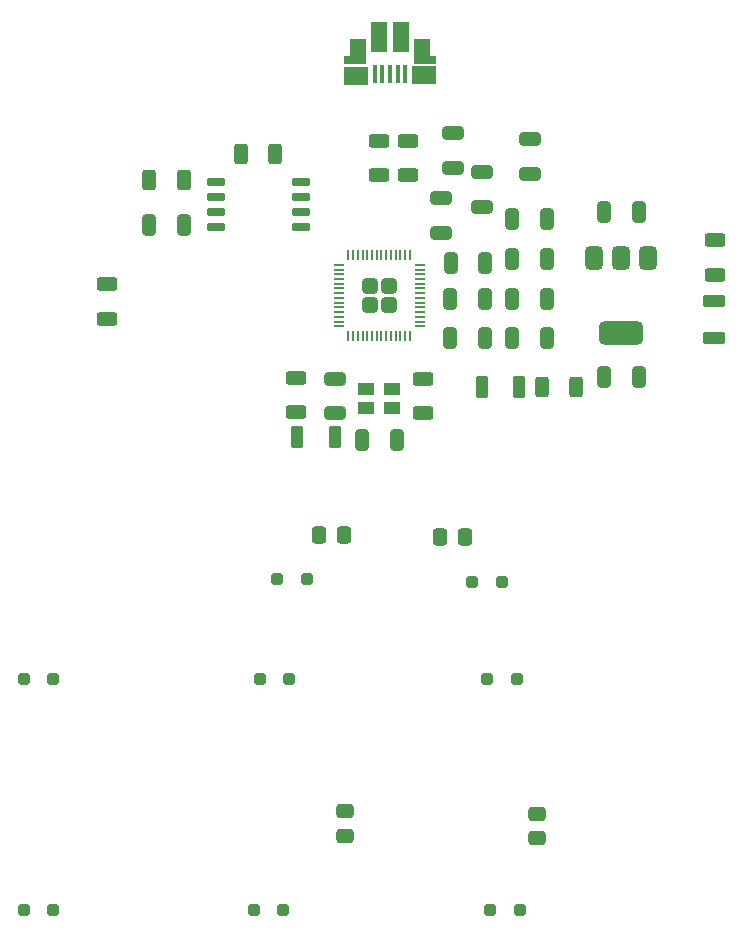
<source format=gbr>
%TF.GenerationSoftware,KiCad,Pcbnew,8.0.5*%
%TF.CreationDate,2025-01-30T00:55:54+01:00*%
%TF.ProjectId,rp2040_pad,72703230-3430-45f7-9061-642e6b696361,rev?*%
%TF.SameCoordinates,Original*%
%TF.FileFunction,Paste,Top*%
%TF.FilePolarity,Positive*%
%FSLAX46Y46*%
G04 Gerber Fmt 4.6, Leading zero omitted, Abs format (unit mm)*
G04 Created by KiCad (PCBNEW 8.0.5) date 2025-01-30 00:55:54*
%MOMM*%
%LPD*%
G01*
G04 APERTURE LIST*
G04 Aperture macros list*
%AMRoundRect*
0 Rectangle with rounded corners*
0 $1 Rounding radius*
0 $2 $3 $4 $5 $6 $7 $8 $9 X,Y pos of 4 corners*
0 Add a 4 corners polygon primitive as box body*
4,1,4,$2,$3,$4,$5,$6,$7,$8,$9,$2,$3,0*
0 Add four circle primitives for the rounded corners*
1,1,$1+$1,$2,$3*
1,1,$1+$1,$4,$5*
1,1,$1+$1,$6,$7*
1,1,$1+$1,$8,$9*
0 Add four rect primitives between the rounded corners*
20,1,$1+$1,$2,$3,$4,$5,0*
20,1,$1+$1,$4,$5,$6,$7,0*
20,1,$1+$1,$6,$7,$8,$9,0*
20,1,$1+$1,$8,$9,$2,$3,0*%
G04 Aperture macros list end*
%ADD10RoundRect,0.250000X0.337500X0.475000X-0.337500X0.475000X-0.337500X-0.475000X0.337500X-0.475000X0*%
%ADD11RoundRect,0.250000X-0.475000X0.337500X-0.475000X-0.337500X0.475000X-0.337500X0.475000X0.337500X0*%
%ADD12RoundRect,0.250000X0.312500X0.625000X-0.312500X0.625000X-0.312500X-0.625000X0.312500X-0.625000X0*%
%ADD13RoundRect,0.150000X-0.650000X-0.150000X0.650000X-0.150000X0.650000X0.150000X-0.650000X0.150000X0*%
%ADD14RoundRect,0.250000X-0.650000X0.325000X-0.650000X-0.325000X0.650000X-0.325000X0.650000X0.325000X0*%
%ADD15RoundRect,0.250000X-0.250000X-0.250000X0.250000X-0.250000X0.250000X0.250000X-0.250000X0.250000X0*%
%ADD16RoundRect,0.250000X0.650000X-0.325000X0.650000X0.325000X-0.650000X0.325000X-0.650000X-0.325000X0*%
%ADD17R,1.825000X0.700000*%
%ADD18R,2.000000X1.500000*%
%ADD19R,1.350000X2.000000*%
%ADD20R,1.430000X2.500000*%
%ADD21R,0.400000X1.650000*%
%ADD22RoundRect,0.250000X-0.275000X-0.700000X0.275000X-0.700000X0.275000X0.700000X-0.275000X0.700000X0*%
%ADD23RoundRect,0.250000X0.625000X-0.312500X0.625000X0.312500X-0.625000X0.312500X-0.625000X-0.312500X0*%
%ADD24RoundRect,0.250000X-0.325000X-0.650000X0.325000X-0.650000X0.325000X0.650000X-0.325000X0.650000X0*%
%ADD25RoundRect,0.250000X-0.625000X0.312500X-0.625000X-0.312500X0.625000X-0.312500X0.625000X0.312500X0*%
%ADD26R,1.400000X1.100000*%
%ADD27RoundRect,0.250000X-0.312500X-0.625000X0.312500X-0.625000X0.312500X0.625000X-0.312500X0.625000X0*%
%ADD28RoundRect,0.050000X-0.050000X-0.387500X0.050000X-0.387500X0.050000X0.387500X-0.050000X0.387500X0*%
%ADD29RoundRect,0.050000X-0.387500X-0.050000X0.387500X-0.050000X0.387500X0.050000X-0.387500X0.050000X0*%
%ADD30RoundRect,0.249999X-0.395001X-0.395001X0.395001X-0.395001X0.395001X0.395001X-0.395001X0.395001X0*%
%ADD31RoundRect,0.375000X-0.375000X0.625000X-0.375000X-0.625000X0.375000X-0.625000X0.375000X0.625000X0*%
%ADD32RoundRect,0.500000X-1.400000X0.500000X-1.400000X-0.500000X1.400000X-0.500000X1.400000X0.500000X0*%
%ADD33RoundRect,0.250000X0.275000X0.700000X-0.275000X0.700000X-0.275000X-0.700000X0.275000X-0.700000X0*%
%ADD34RoundRect,0.250000X0.700000X-0.275000X0.700000X0.275000X-0.700000X0.275000X-0.700000X-0.275000X0*%
%ADD35RoundRect,0.250000X0.250000X0.250000X-0.250000X0.250000X-0.250000X-0.250000X0.250000X-0.250000X0*%
G04 APERTURE END LIST*
D10*
%TO.C,C20*%
X121362500Y-102800000D03*
X119287500Y-102800000D03*
%TD*%
D11*
%TO.C,C19*%
X137700000Y-126362500D03*
X137700000Y-128437500D03*
%TD*%
%TO.C,C18*%
X121500000Y-126162500D03*
X121500000Y-128237500D03*
%TD*%
D10*
%TO.C,C17*%
X131612500Y-102900000D03*
X129537500Y-102900000D03*
%TD*%
D12*
%TO.C,R8*%
X138100000Y-90250000D03*
X141025000Y-90250000D03*
%TD*%
D13*
%TO.C,U4*%
X117700000Y-72845000D03*
X117700000Y-74115000D03*
X117700000Y-75385000D03*
X117700000Y-76655000D03*
X110500000Y-76655000D03*
X110500000Y-75385000D03*
X110500000Y-74115000D03*
X110500000Y-72845000D03*
%TD*%
D14*
%TO.C,C7*%
X137100000Y-72225000D03*
X137100000Y-69275000D03*
%TD*%
D15*
%TO.C,D6*%
X94250000Y-134500000D03*
X96750000Y-134500000D03*
%TD*%
D16*
%TO.C,C6*%
X129600000Y-74275000D03*
X129600000Y-77225000D03*
%TD*%
D17*
%TO.C,J1*%
X122275000Y-62550000D03*
D18*
X122375000Y-63870000D03*
D19*
X122525000Y-61800000D03*
D20*
X124315000Y-60600000D03*
X126235000Y-60600000D03*
D19*
X128005000Y-61800000D03*
D18*
X128125000Y-63850000D03*
D17*
X128225000Y-62550000D03*
D21*
X123975000Y-63750000D03*
X124625000Y-63750000D03*
X125275000Y-63750000D03*
X125925000Y-63750000D03*
X126575000Y-63750000D03*
%TD*%
D22*
%TO.C,D14*%
X136175000Y-90250000D03*
X133025000Y-90250000D03*
%TD*%
D23*
%TO.C,R1*%
X128100000Y-89537500D03*
X128100000Y-92462500D03*
%TD*%
D24*
%TO.C,C13*%
X138575000Y-79400000D03*
X135625000Y-79400000D03*
%TD*%
D25*
%TO.C,R4*%
X124300000Y-72306250D03*
X124300000Y-69381250D03*
%TD*%
D15*
%TO.C,D7*%
X113750000Y-134500000D03*
X116250000Y-134500000D03*
%TD*%
D24*
%TO.C,C9*%
X133325000Y-82750000D03*
X130375000Y-82750000D03*
%TD*%
D14*
%TO.C,C16*%
X133100000Y-74975000D03*
X133100000Y-72025000D03*
%TD*%
D25*
%TO.C,R7*%
X117350000Y-92362500D03*
X117350000Y-89437500D03*
%TD*%
D15*
%TO.C,D5*%
X132225000Y-106725000D03*
X134725000Y-106725000D03*
%TD*%
D25*
%TO.C,R5*%
X126800000Y-72306250D03*
X126800000Y-69381250D03*
%TD*%
D24*
%TO.C,C12*%
X138575000Y-76000000D03*
X135625000Y-76000000D03*
%TD*%
%TO.C,C15*%
X138575000Y-86100000D03*
X135625000Y-86100000D03*
%TD*%
D26*
%TO.C,U3*%
X125450000Y-90450000D03*
X125450000Y-92050000D03*
X123250000Y-92050000D03*
X123250000Y-90450000D03*
%TD*%
D27*
%TO.C,R3*%
X107812500Y-72750000D03*
X104887500Y-72750000D03*
%TD*%
D25*
%TO.C,R9*%
X152750000Y-80756250D03*
X152750000Y-77831250D03*
%TD*%
D12*
%TO.C,R2*%
X112637500Y-70500000D03*
X115562500Y-70500000D03*
%TD*%
D24*
%TO.C,C1*%
X146350000Y-75400000D03*
X143400000Y-75400000D03*
%TD*%
D15*
%TO.C,D8*%
X133750000Y-134500000D03*
X136250000Y-134500000D03*
%TD*%
D28*
%TO.C,U1*%
X121750000Y-79062500D03*
X122150000Y-79062500D03*
X122550000Y-79062500D03*
X122950000Y-79062500D03*
X123350000Y-79062500D03*
X123750000Y-79062500D03*
X124150000Y-79062500D03*
X124550000Y-79062500D03*
X124950000Y-79062500D03*
X125350000Y-79062500D03*
X125750000Y-79062500D03*
X126150000Y-79062500D03*
X126550000Y-79062500D03*
X126950000Y-79062500D03*
D29*
X127787500Y-79900000D03*
X127787500Y-80300000D03*
X127787500Y-80700000D03*
X127787500Y-81100000D03*
X127787500Y-81500000D03*
X127787500Y-81900000D03*
X127787500Y-82300000D03*
X127787500Y-82700000D03*
X127787500Y-83100000D03*
X127787500Y-83500000D03*
X127787500Y-83900000D03*
X127787500Y-84300000D03*
X127787500Y-84700000D03*
X127787500Y-85100000D03*
D28*
X126950000Y-85937500D03*
X126550000Y-85937500D03*
X126150000Y-85937500D03*
X125750000Y-85937500D03*
X125350000Y-85937500D03*
X124950000Y-85937500D03*
X124550000Y-85937500D03*
X124150000Y-85937500D03*
X123750000Y-85937500D03*
X123350000Y-85937500D03*
X122950000Y-85937500D03*
X122550000Y-85937500D03*
X122150000Y-85937500D03*
X121750000Y-85937500D03*
D29*
X120912500Y-85100000D03*
X120912500Y-84700000D03*
X120912500Y-84300000D03*
X120912500Y-83900000D03*
X120912500Y-83500000D03*
X120912500Y-83100000D03*
X120912500Y-82700000D03*
X120912500Y-82300000D03*
X120912500Y-81900000D03*
X120912500Y-81500000D03*
X120912500Y-81100000D03*
X120912500Y-80700000D03*
X120912500Y-80300000D03*
X120912500Y-79900000D03*
D30*
X125150000Y-83300000D03*
X125150000Y-81700000D03*
X123550000Y-83300000D03*
X123550000Y-81700000D03*
%TD*%
D15*
%TO.C,D2*%
X114250000Y-115000000D03*
X116750000Y-115000000D03*
%TD*%
D24*
%TO.C,C11*%
X133350000Y-79750000D03*
X130400000Y-79750000D03*
%TD*%
D25*
%TO.C,R6*%
X101350000Y-84462500D03*
X101350000Y-81537500D03*
%TD*%
D24*
%TO.C,C2*%
X146350000Y-89400000D03*
X143400000Y-89400000D03*
%TD*%
%TO.C,C14*%
X138575000Y-82750000D03*
X135625000Y-82750000D03*
%TD*%
%TO.C,C10*%
X133325000Y-86100000D03*
X130375000Y-86100000D03*
%TD*%
D31*
%TO.C,U2*%
X142550000Y-79350000D03*
D32*
X144850000Y-85650000D03*
D31*
X144850000Y-79350000D03*
X147150000Y-79350000D03*
%TD*%
D15*
%TO.C,D3*%
X133500000Y-115000000D03*
X136000000Y-115000000D03*
%TD*%
D24*
%TO.C,C3*%
X125825000Y-94750000D03*
X122875000Y-94750000D03*
%TD*%
D33*
%TO.C,D13*%
X117425000Y-94500000D03*
X120575000Y-94500000D03*
%TD*%
D24*
%TO.C,C5*%
X107850000Y-76500000D03*
X104900000Y-76500000D03*
%TD*%
D16*
%TO.C,C4*%
X120600000Y-89525000D03*
X120600000Y-92475000D03*
%TD*%
D15*
%TO.C,D1*%
X94250000Y-115000000D03*
X96750000Y-115000000D03*
%TD*%
D34*
%TO.C,D15*%
X152700000Y-82943750D03*
X152700000Y-86093750D03*
%TD*%
D14*
%TO.C,C8*%
X130600000Y-71725000D03*
X130600000Y-68775000D03*
%TD*%
D35*
%TO.C,D4*%
X118225000Y-106475000D03*
X115725000Y-106475000D03*
%TD*%
M02*

</source>
